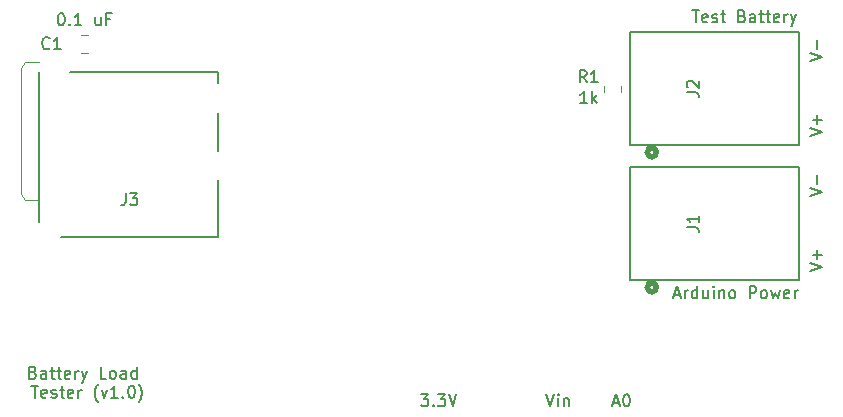
<source format=gbr>
G04 #@! TF.GenerationSoftware,KiCad,Pcbnew,6.0.2+dfsg-1*
G04 #@! TF.CreationDate,2024-02-20T11:24:06-07:00*
G04 #@! TF.ProjectId,battery_load_tester,62617474-6572-4795-9f6c-6f61645f7465,rev?*
G04 #@! TF.SameCoordinates,Original*
G04 #@! TF.FileFunction,Legend,Top*
G04 #@! TF.FilePolarity,Positive*
%FSLAX46Y46*%
G04 Gerber Fmt 4.6, Leading zero omitted, Abs format (unit mm)*
G04 Created by KiCad (PCBNEW 6.0.2+dfsg-1) date 2024-02-20 11:24:06*
%MOMM*%
%LPD*%
G01*
G04 APERTURE LIST*
%ADD10C,0.150000*%
%ADD11C,0.152400*%
%ADD12C,0.120000*%
%ADD13C,0.508000*%
G04 APERTURE END LIST*
D10*
X178522380Y-91122380D02*
X179522380Y-90789047D01*
X178522380Y-90455714D01*
X179141428Y-90122380D02*
X179141428Y-89360476D01*
X159646952Y-83256380D02*
X159075523Y-83256380D01*
X159361238Y-83256380D02*
X159361238Y-82256380D01*
X159266000Y-82399238D01*
X159170761Y-82494476D01*
X159075523Y-82542095D01*
X160075523Y-83256380D02*
X160075523Y-82256380D01*
X160170761Y-82875428D02*
X160456476Y-83256380D01*
X160456476Y-82589714D02*
X160075523Y-82970666D01*
X156202190Y-107910380D02*
X156535523Y-108910380D01*
X156868857Y-107910380D01*
X157202190Y-108910380D02*
X157202190Y-108243714D01*
X157202190Y-107910380D02*
X157154571Y-107958000D01*
X157202190Y-108005619D01*
X157249809Y-107958000D01*
X157202190Y-107910380D01*
X157202190Y-108005619D01*
X157678380Y-108243714D02*
X157678380Y-108910380D01*
X157678380Y-108338952D02*
X157726000Y-108291333D01*
X157821238Y-108243714D01*
X157964095Y-108243714D01*
X158059333Y-108291333D01*
X158106952Y-108386571D01*
X158106952Y-108910380D01*
X112752761Y-106057571D02*
X112895619Y-106105190D01*
X112943238Y-106152809D01*
X112990857Y-106248047D01*
X112990857Y-106390904D01*
X112943238Y-106486142D01*
X112895619Y-106533761D01*
X112800380Y-106581380D01*
X112419428Y-106581380D01*
X112419428Y-105581380D01*
X112752761Y-105581380D01*
X112848000Y-105629000D01*
X112895619Y-105676619D01*
X112943238Y-105771857D01*
X112943238Y-105867095D01*
X112895619Y-105962333D01*
X112848000Y-106009952D01*
X112752761Y-106057571D01*
X112419428Y-106057571D01*
X113848000Y-106581380D02*
X113848000Y-106057571D01*
X113800380Y-105962333D01*
X113705142Y-105914714D01*
X113514666Y-105914714D01*
X113419428Y-105962333D01*
X113848000Y-106533761D02*
X113752761Y-106581380D01*
X113514666Y-106581380D01*
X113419428Y-106533761D01*
X113371809Y-106438523D01*
X113371809Y-106343285D01*
X113419428Y-106248047D01*
X113514666Y-106200428D01*
X113752761Y-106200428D01*
X113848000Y-106152809D01*
X114181333Y-105914714D02*
X114562285Y-105914714D01*
X114324190Y-105581380D02*
X114324190Y-106438523D01*
X114371809Y-106533761D01*
X114467047Y-106581380D01*
X114562285Y-106581380D01*
X114752761Y-105914714D02*
X115133714Y-105914714D01*
X114895619Y-105581380D02*
X114895619Y-106438523D01*
X114943238Y-106533761D01*
X115038476Y-106581380D01*
X115133714Y-106581380D01*
X115848000Y-106533761D02*
X115752761Y-106581380D01*
X115562285Y-106581380D01*
X115467047Y-106533761D01*
X115419428Y-106438523D01*
X115419428Y-106057571D01*
X115467047Y-105962333D01*
X115562285Y-105914714D01*
X115752761Y-105914714D01*
X115848000Y-105962333D01*
X115895619Y-106057571D01*
X115895619Y-106152809D01*
X115419428Y-106248047D01*
X116324190Y-106581380D02*
X116324190Y-105914714D01*
X116324190Y-106105190D02*
X116371809Y-106009952D01*
X116419428Y-105962333D01*
X116514666Y-105914714D01*
X116609904Y-105914714D01*
X116848000Y-105914714D02*
X117086095Y-106581380D01*
X117324190Y-105914714D02*
X117086095Y-106581380D01*
X116990857Y-106819476D01*
X116943238Y-106867095D01*
X116848000Y-106914714D01*
X118943238Y-106581380D02*
X118467047Y-106581380D01*
X118467047Y-105581380D01*
X119419428Y-106581380D02*
X119324190Y-106533761D01*
X119276571Y-106486142D01*
X119228952Y-106390904D01*
X119228952Y-106105190D01*
X119276571Y-106009952D01*
X119324190Y-105962333D01*
X119419428Y-105914714D01*
X119562285Y-105914714D01*
X119657523Y-105962333D01*
X119705142Y-106009952D01*
X119752761Y-106105190D01*
X119752761Y-106390904D01*
X119705142Y-106486142D01*
X119657523Y-106533761D01*
X119562285Y-106581380D01*
X119419428Y-106581380D01*
X120609904Y-106581380D02*
X120609904Y-106057571D01*
X120562285Y-105962333D01*
X120467047Y-105914714D01*
X120276571Y-105914714D01*
X120181333Y-105962333D01*
X120609904Y-106533761D02*
X120514666Y-106581380D01*
X120276571Y-106581380D01*
X120181333Y-106533761D01*
X120133714Y-106438523D01*
X120133714Y-106343285D01*
X120181333Y-106248047D01*
X120276571Y-106200428D01*
X120514666Y-106200428D01*
X120609904Y-106152809D01*
X121514666Y-106581380D02*
X121514666Y-105581380D01*
X121514666Y-106533761D02*
X121419428Y-106581380D01*
X121228952Y-106581380D01*
X121133714Y-106533761D01*
X121086095Y-106486142D01*
X121038476Y-106390904D01*
X121038476Y-106105190D01*
X121086095Y-106009952D01*
X121133714Y-105962333D01*
X121228952Y-105914714D01*
X121419428Y-105914714D01*
X121514666Y-105962333D01*
X112586095Y-107191380D02*
X113157523Y-107191380D01*
X112871809Y-108191380D02*
X112871809Y-107191380D01*
X113871809Y-108143761D02*
X113776571Y-108191380D01*
X113586095Y-108191380D01*
X113490857Y-108143761D01*
X113443238Y-108048523D01*
X113443238Y-107667571D01*
X113490857Y-107572333D01*
X113586095Y-107524714D01*
X113776571Y-107524714D01*
X113871809Y-107572333D01*
X113919428Y-107667571D01*
X113919428Y-107762809D01*
X113443238Y-107858047D01*
X114300380Y-108143761D02*
X114395619Y-108191380D01*
X114586095Y-108191380D01*
X114681333Y-108143761D01*
X114728952Y-108048523D01*
X114728952Y-108000904D01*
X114681333Y-107905666D01*
X114586095Y-107858047D01*
X114443238Y-107858047D01*
X114348000Y-107810428D01*
X114300380Y-107715190D01*
X114300380Y-107667571D01*
X114348000Y-107572333D01*
X114443238Y-107524714D01*
X114586095Y-107524714D01*
X114681333Y-107572333D01*
X115014666Y-107524714D02*
X115395619Y-107524714D01*
X115157523Y-107191380D02*
X115157523Y-108048523D01*
X115205142Y-108143761D01*
X115300380Y-108191380D01*
X115395619Y-108191380D01*
X116109904Y-108143761D02*
X116014666Y-108191380D01*
X115824190Y-108191380D01*
X115728952Y-108143761D01*
X115681333Y-108048523D01*
X115681333Y-107667571D01*
X115728952Y-107572333D01*
X115824190Y-107524714D01*
X116014666Y-107524714D01*
X116109904Y-107572333D01*
X116157523Y-107667571D01*
X116157523Y-107762809D01*
X115681333Y-107858047D01*
X116586095Y-108191380D02*
X116586095Y-107524714D01*
X116586095Y-107715190D02*
X116633714Y-107619952D01*
X116681333Y-107572333D01*
X116776571Y-107524714D01*
X116871809Y-107524714D01*
X118252761Y-108572333D02*
X118205142Y-108524714D01*
X118109904Y-108381857D01*
X118062285Y-108286619D01*
X118014666Y-108143761D01*
X117967047Y-107905666D01*
X117967047Y-107715190D01*
X118014666Y-107477095D01*
X118062285Y-107334238D01*
X118109904Y-107239000D01*
X118205142Y-107096142D01*
X118252761Y-107048523D01*
X118538476Y-107524714D02*
X118776571Y-108191380D01*
X119014666Y-107524714D01*
X119919428Y-108191380D02*
X119348000Y-108191380D01*
X119633714Y-108191380D02*
X119633714Y-107191380D01*
X119538476Y-107334238D01*
X119443238Y-107429476D01*
X119348000Y-107477095D01*
X120348000Y-108096142D02*
X120395619Y-108143761D01*
X120348000Y-108191380D01*
X120300380Y-108143761D01*
X120348000Y-108096142D01*
X120348000Y-108191380D01*
X121014666Y-107191380D02*
X121109904Y-107191380D01*
X121205142Y-107239000D01*
X121252761Y-107286619D01*
X121300380Y-107381857D01*
X121348000Y-107572333D01*
X121348000Y-107810428D01*
X121300380Y-108000904D01*
X121252761Y-108096142D01*
X121205142Y-108143761D01*
X121109904Y-108191380D01*
X121014666Y-108191380D01*
X120919428Y-108143761D01*
X120871809Y-108096142D01*
X120824190Y-108000904D01*
X120776571Y-107810428D01*
X120776571Y-107572333D01*
X120824190Y-107381857D01*
X120871809Y-107286619D01*
X120919428Y-107239000D01*
X121014666Y-107191380D01*
X121681333Y-108572333D02*
X121728952Y-108524714D01*
X121824190Y-108381857D01*
X121871809Y-108286619D01*
X121919428Y-108143761D01*
X121967047Y-107905666D01*
X121967047Y-107715190D01*
X121919428Y-107477095D01*
X121871809Y-107334238D01*
X121824190Y-107239000D01*
X121728952Y-107096142D01*
X121681333Y-107048523D01*
X167021523Y-99480666D02*
X167497714Y-99480666D01*
X166926285Y-99766380D02*
X167259619Y-98766380D01*
X167592952Y-99766380D01*
X167926285Y-99766380D02*
X167926285Y-99099714D01*
X167926285Y-99290190D02*
X167973904Y-99194952D01*
X168021523Y-99147333D01*
X168116761Y-99099714D01*
X168212000Y-99099714D01*
X168973904Y-99766380D02*
X168973904Y-98766380D01*
X168973904Y-99718761D02*
X168878666Y-99766380D01*
X168688190Y-99766380D01*
X168592952Y-99718761D01*
X168545333Y-99671142D01*
X168497714Y-99575904D01*
X168497714Y-99290190D01*
X168545333Y-99194952D01*
X168592952Y-99147333D01*
X168688190Y-99099714D01*
X168878666Y-99099714D01*
X168973904Y-99147333D01*
X169878666Y-99099714D02*
X169878666Y-99766380D01*
X169450095Y-99099714D02*
X169450095Y-99623523D01*
X169497714Y-99718761D01*
X169592952Y-99766380D01*
X169735809Y-99766380D01*
X169831047Y-99718761D01*
X169878666Y-99671142D01*
X170354857Y-99766380D02*
X170354857Y-99099714D01*
X170354857Y-98766380D02*
X170307238Y-98814000D01*
X170354857Y-98861619D01*
X170402476Y-98814000D01*
X170354857Y-98766380D01*
X170354857Y-98861619D01*
X170831047Y-99099714D02*
X170831047Y-99766380D01*
X170831047Y-99194952D02*
X170878666Y-99147333D01*
X170973904Y-99099714D01*
X171116761Y-99099714D01*
X171212000Y-99147333D01*
X171259619Y-99242571D01*
X171259619Y-99766380D01*
X171878666Y-99766380D02*
X171783428Y-99718761D01*
X171735809Y-99671142D01*
X171688190Y-99575904D01*
X171688190Y-99290190D01*
X171735809Y-99194952D01*
X171783428Y-99147333D01*
X171878666Y-99099714D01*
X172021523Y-99099714D01*
X172116761Y-99147333D01*
X172164380Y-99194952D01*
X172212000Y-99290190D01*
X172212000Y-99575904D01*
X172164380Y-99671142D01*
X172116761Y-99718761D01*
X172021523Y-99766380D01*
X171878666Y-99766380D01*
X173402476Y-99766380D02*
X173402476Y-98766380D01*
X173783428Y-98766380D01*
X173878666Y-98814000D01*
X173926285Y-98861619D01*
X173973904Y-98956857D01*
X173973904Y-99099714D01*
X173926285Y-99194952D01*
X173878666Y-99242571D01*
X173783428Y-99290190D01*
X173402476Y-99290190D01*
X174545333Y-99766380D02*
X174450095Y-99718761D01*
X174402476Y-99671142D01*
X174354857Y-99575904D01*
X174354857Y-99290190D01*
X174402476Y-99194952D01*
X174450095Y-99147333D01*
X174545333Y-99099714D01*
X174688190Y-99099714D01*
X174783428Y-99147333D01*
X174831047Y-99194952D01*
X174878666Y-99290190D01*
X174878666Y-99575904D01*
X174831047Y-99671142D01*
X174783428Y-99718761D01*
X174688190Y-99766380D01*
X174545333Y-99766380D01*
X175212000Y-99099714D02*
X175402476Y-99766380D01*
X175592952Y-99290190D01*
X175783428Y-99766380D01*
X175973904Y-99099714D01*
X176735809Y-99718761D02*
X176640571Y-99766380D01*
X176450095Y-99766380D01*
X176354857Y-99718761D01*
X176307238Y-99623523D01*
X176307238Y-99242571D01*
X176354857Y-99147333D01*
X176450095Y-99099714D01*
X176640571Y-99099714D01*
X176735809Y-99147333D01*
X176783428Y-99242571D01*
X176783428Y-99337809D01*
X176307238Y-99433047D01*
X177212000Y-99766380D02*
X177212000Y-99099714D01*
X177212000Y-99290190D02*
X177259619Y-99194952D01*
X177307238Y-99147333D01*
X177402476Y-99099714D01*
X177497714Y-99099714D01*
X178522380Y-97472380D02*
X179522380Y-97139047D01*
X178522380Y-96805714D01*
X179141428Y-96472380D02*
X179141428Y-95710476D01*
X179522380Y-96091428D02*
X178760476Y-96091428D01*
X115070190Y-75652380D02*
X115165428Y-75652380D01*
X115260666Y-75700000D01*
X115308285Y-75747619D01*
X115355904Y-75842857D01*
X115403523Y-76033333D01*
X115403523Y-76271428D01*
X115355904Y-76461904D01*
X115308285Y-76557142D01*
X115260666Y-76604761D01*
X115165428Y-76652380D01*
X115070190Y-76652380D01*
X114974952Y-76604761D01*
X114927333Y-76557142D01*
X114879714Y-76461904D01*
X114832095Y-76271428D01*
X114832095Y-76033333D01*
X114879714Y-75842857D01*
X114927333Y-75747619D01*
X114974952Y-75700000D01*
X115070190Y-75652380D01*
X115832095Y-76557142D02*
X115879714Y-76604761D01*
X115832095Y-76652380D01*
X115784476Y-76604761D01*
X115832095Y-76557142D01*
X115832095Y-76652380D01*
X116832095Y-76652380D02*
X116260666Y-76652380D01*
X116546380Y-76652380D02*
X116546380Y-75652380D01*
X116451142Y-75795238D01*
X116355904Y-75890476D01*
X116260666Y-75938095D01*
X118451142Y-75985714D02*
X118451142Y-76652380D01*
X118022571Y-75985714D02*
X118022571Y-76509523D01*
X118070190Y-76604761D01*
X118165428Y-76652380D01*
X118308285Y-76652380D01*
X118403523Y-76604761D01*
X118451142Y-76557142D01*
X119260666Y-76128571D02*
X118927333Y-76128571D01*
X118927333Y-76652380D02*
X118927333Y-75652380D01*
X119403523Y-75652380D01*
X161845714Y-108624666D02*
X162321904Y-108624666D01*
X161750476Y-108910380D02*
X162083809Y-107910380D01*
X162417142Y-108910380D01*
X162940952Y-107910380D02*
X163036190Y-107910380D01*
X163131428Y-107958000D01*
X163179047Y-108005619D01*
X163226666Y-108100857D01*
X163274285Y-108291333D01*
X163274285Y-108529428D01*
X163226666Y-108719904D01*
X163179047Y-108815142D01*
X163131428Y-108862761D01*
X163036190Y-108910380D01*
X162940952Y-108910380D01*
X162845714Y-108862761D01*
X162798095Y-108815142D01*
X162750476Y-108719904D01*
X162702857Y-108529428D01*
X162702857Y-108291333D01*
X162750476Y-108100857D01*
X162798095Y-108005619D01*
X162845714Y-107958000D01*
X162940952Y-107910380D01*
X178522380Y-79692380D02*
X179522380Y-79359047D01*
X178522380Y-79025714D01*
X179141428Y-78692380D02*
X179141428Y-77930476D01*
X178522380Y-86042380D02*
X179522380Y-85709047D01*
X178522380Y-85375714D01*
X179141428Y-85042380D02*
X179141428Y-84280476D01*
X179522380Y-84661428D02*
X178760476Y-84661428D01*
X145589809Y-107910380D02*
X146208857Y-107910380D01*
X145875523Y-108291333D01*
X146018380Y-108291333D01*
X146113619Y-108338952D01*
X146161238Y-108386571D01*
X146208857Y-108481809D01*
X146208857Y-108719904D01*
X146161238Y-108815142D01*
X146113619Y-108862761D01*
X146018380Y-108910380D01*
X145732666Y-108910380D01*
X145637428Y-108862761D01*
X145589809Y-108815142D01*
X146637428Y-108815142D02*
X146685047Y-108862761D01*
X146637428Y-108910380D01*
X146589809Y-108862761D01*
X146637428Y-108815142D01*
X146637428Y-108910380D01*
X147018380Y-107910380D02*
X147637428Y-107910380D01*
X147304095Y-108291333D01*
X147446952Y-108291333D01*
X147542190Y-108338952D01*
X147589809Y-108386571D01*
X147637428Y-108481809D01*
X147637428Y-108719904D01*
X147589809Y-108815142D01*
X147542190Y-108862761D01*
X147446952Y-108910380D01*
X147161238Y-108910380D01*
X147066000Y-108862761D01*
X147018380Y-108815142D01*
X147923142Y-107910380D02*
X148256476Y-108910380D01*
X148589809Y-107910380D01*
X168545428Y-75398380D02*
X169116857Y-75398380D01*
X168831142Y-76398380D02*
X168831142Y-75398380D01*
X169831142Y-76350761D02*
X169735904Y-76398380D01*
X169545428Y-76398380D01*
X169450190Y-76350761D01*
X169402571Y-76255523D01*
X169402571Y-75874571D01*
X169450190Y-75779333D01*
X169545428Y-75731714D01*
X169735904Y-75731714D01*
X169831142Y-75779333D01*
X169878761Y-75874571D01*
X169878761Y-75969809D01*
X169402571Y-76065047D01*
X170259714Y-76350761D02*
X170354952Y-76398380D01*
X170545428Y-76398380D01*
X170640666Y-76350761D01*
X170688285Y-76255523D01*
X170688285Y-76207904D01*
X170640666Y-76112666D01*
X170545428Y-76065047D01*
X170402571Y-76065047D01*
X170307333Y-76017428D01*
X170259714Y-75922190D01*
X170259714Y-75874571D01*
X170307333Y-75779333D01*
X170402571Y-75731714D01*
X170545428Y-75731714D01*
X170640666Y-75779333D01*
X170974000Y-75731714D02*
X171354952Y-75731714D01*
X171116857Y-75398380D02*
X171116857Y-76255523D01*
X171164476Y-76350761D01*
X171259714Y-76398380D01*
X171354952Y-76398380D01*
X172783523Y-75874571D02*
X172926380Y-75922190D01*
X172974000Y-75969809D01*
X173021619Y-76065047D01*
X173021619Y-76207904D01*
X172974000Y-76303142D01*
X172926380Y-76350761D01*
X172831142Y-76398380D01*
X172450190Y-76398380D01*
X172450190Y-75398380D01*
X172783523Y-75398380D01*
X172878761Y-75446000D01*
X172926380Y-75493619D01*
X172974000Y-75588857D01*
X172974000Y-75684095D01*
X172926380Y-75779333D01*
X172878761Y-75826952D01*
X172783523Y-75874571D01*
X172450190Y-75874571D01*
X173878761Y-76398380D02*
X173878761Y-75874571D01*
X173831142Y-75779333D01*
X173735904Y-75731714D01*
X173545428Y-75731714D01*
X173450190Y-75779333D01*
X173878761Y-76350761D02*
X173783523Y-76398380D01*
X173545428Y-76398380D01*
X173450190Y-76350761D01*
X173402571Y-76255523D01*
X173402571Y-76160285D01*
X173450190Y-76065047D01*
X173545428Y-76017428D01*
X173783523Y-76017428D01*
X173878761Y-75969809D01*
X174212095Y-75731714D02*
X174593047Y-75731714D01*
X174354952Y-75398380D02*
X174354952Y-76255523D01*
X174402571Y-76350761D01*
X174497809Y-76398380D01*
X174593047Y-76398380D01*
X174783523Y-75731714D02*
X175164476Y-75731714D01*
X174926380Y-75398380D02*
X174926380Y-76255523D01*
X174974000Y-76350761D01*
X175069238Y-76398380D01*
X175164476Y-76398380D01*
X175878761Y-76350761D02*
X175783523Y-76398380D01*
X175593047Y-76398380D01*
X175497809Y-76350761D01*
X175450190Y-76255523D01*
X175450190Y-75874571D01*
X175497809Y-75779333D01*
X175593047Y-75731714D01*
X175783523Y-75731714D01*
X175878761Y-75779333D01*
X175926380Y-75874571D01*
X175926380Y-75969809D01*
X175450190Y-76065047D01*
X176354952Y-76398380D02*
X176354952Y-75731714D01*
X176354952Y-75922190D02*
X176402571Y-75826952D01*
X176450190Y-75779333D01*
X176545428Y-75731714D01*
X176640666Y-75731714D01*
X176878761Y-75731714D02*
X177116857Y-76398380D01*
X177354952Y-75731714D02*
X177116857Y-76398380D01*
X177021619Y-76636476D01*
X176974000Y-76684095D01*
X176878761Y-76731714D01*
X120570666Y-90892380D02*
X120570666Y-91606666D01*
X120523047Y-91749523D01*
X120427809Y-91844761D01*
X120284952Y-91892380D01*
X120189714Y-91892380D01*
X120951619Y-90892380D02*
X121570666Y-90892380D01*
X121237333Y-91273333D01*
X121380190Y-91273333D01*
X121475428Y-91320952D01*
X121523047Y-91368571D01*
X121570666Y-91463809D01*
X121570666Y-91701904D01*
X121523047Y-91797142D01*
X121475428Y-91844761D01*
X121380190Y-91892380D01*
X121094476Y-91892380D01*
X120999238Y-91844761D01*
X120951619Y-91797142D01*
X114133333Y-78589142D02*
X114085714Y-78636761D01*
X113942857Y-78684380D01*
X113847619Y-78684380D01*
X113704761Y-78636761D01*
X113609523Y-78541523D01*
X113561904Y-78446285D01*
X113514285Y-78255809D01*
X113514285Y-78112952D01*
X113561904Y-77922476D01*
X113609523Y-77827238D01*
X113704761Y-77732000D01*
X113847619Y-77684380D01*
X113942857Y-77684380D01*
X114085714Y-77732000D01*
X114133333Y-77779619D01*
X115085714Y-78684380D02*
X114514285Y-78684380D01*
X114800000Y-78684380D02*
X114800000Y-77684380D01*
X114704761Y-77827238D01*
X114609523Y-77922476D01*
X114514285Y-77970095D01*
X159599333Y-81478380D02*
X159266000Y-81002190D01*
X159027904Y-81478380D02*
X159027904Y-80478380D01*
X159408857Y-80478380D01*
X159504095Y-80526000D01*
X159551714Y-80573619D01*
X159599333Y-80668857D01*
X159599333Y-80811714D01*
X159551714Y-80906952D01*
X159504095Y-80954571D01*
X159408857Y-81002190D01*
X159027904Y-81002190D01*
X160551714Y-81478380D02*
X159980285Y-81478380D01*
X160266000Y-81478380D02*
X160266000Y-80478380D01*
X160170761Y-80621238D01*
X160075523Y-80716476D01*
X159980285Y-80764095D01*
X168087281Y-93779934D02*
X168801567Y-93779934D01*
X168944424Y-93827553D01*
X169039662Y-93922791D01*
X169087281Y-94065648D01*
X169087281Y-94160886D01*
X169087281Y-92779934D02*
X169087281Y-93351362D01*
X169087281Y-93065648D02*
X168087281Y-93065648D01*
X168230139Y-93160886D01*
X168325377Y-93256124D01*
X168372996Y-93351362D01*
X168087281Y-82349934D02*
X168801567Y-82349934D01*
X168944424Y-82397553D01*
X169039662Y-82492791D01*
X169087281Y-82635648D01*
X169087281Y-82730886D01*
X168182520Y-81921362D02*
X168134901Y-81873743D01*
X168087281Y-81778505D01*
X168087281Y-81540410D01*
X168134901Y-81445172D01*
X168182520Y-81397553D01*
X168277758Y-81349934D01*
X168372996Y-81349934D01*
X168515853Y-81397553D01*
X169087281Y-81968981D01*
X169087281Y-81349934D01*
D11*
X115132640Y-94627700D02*
X128439700Y-94627700D01*
X128439700Y-87297260D02*
X128439700Y-84051140D01*
D12*
X112082100Y-79756000D02*
X111701100Y-80264000D01*
D11*
X128439700Y-94627700D02*
X128439700Y-89766140D01*
D12*
X112082100Y-79756000D02*
X113225100Y-79756000D01*
X111701100Y-90932000D02*
X112082100Y-91440000D01*
X111701100Y-90932000D02*
X111701100Y-80264000D01*
D11*
X128439700Y-81582260D02*
X128439700Y-80632300D01*
X113250500Y-80632300D02*
X113250500Y-93291660D01*
X128439700Y-80632300D02*
X115869240Y-80632300D01*
D12*
X112082100Y-91440000D02*
X113225100Y-91440000D01*
X117355252Y-77497000D02*
X116832748Y-77497000D01*
X117355252Y-78967000D02*
X116832748Y-78967000D01*
X161063000Y-82269064D02*
X161063000Y-81814936D01*
X162533000Y-82269064D02*
X162533000Y-81814936D01*
D11*
X163307901Y-98213602D02*
X177561901Y-98213602D01*
X163307901Y-88679600D02*
X163307901Y-98213602D01*
X177561901Y-88679600D02*
X163307901Y-88679600D01*
X177561901Y-98213602D02*
X177561901Y-88679600D01*
D13*
X165515900Y-98848601D02*
G75*
G03*
X165515900Y-98848601I-381000J0D01*
G01*
D11*
X177561901Y-77249600D02*
X163307901Y-77249600D01*
X177561901Y-86783602D02*
X177561901Y-77249600D01*
X163307901Y-86783602D02*
X177561901Y-86783602D01*
X163307901Y-77249600D02*
X163307901Y-86783602D01*
D13*
X165515900Y-87418601D02*
G75*
G03*
X165515900Y-87418601I-381000J0D01*
G01*
M02*

</source>
